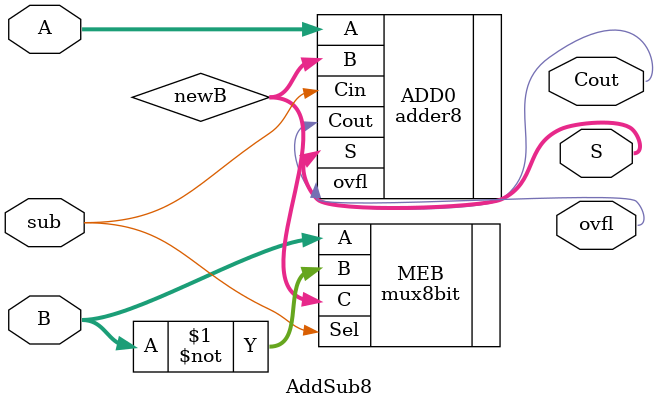
<source format=v>
`timescale 1ns / 1ps

module AddSub8(
    input [3:0] A,
    input [3:0] B,
    input sub,
    output [3:0] S,
    output ovfl,
    output Cout
    );

    wire [3:0] newB;
    mux8bit MEB (.A(B),.B(~B),.Sel(sub),.C(newB));
    adder8 ADD0 (.A(A),.B(newB),.Cin(sub),.S(S),.ovfl(ovfl),.Cout(Cout));

endmodule

</source>
